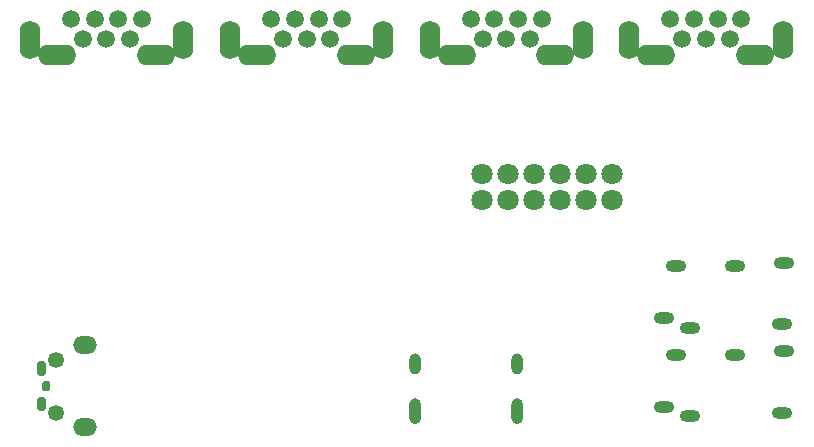
<source format=gbr>
%TF.GenerationSoftware,KiCad,Pcbnew,9.0.0-rc3*%
%TF.CreationDate,2025-06-04T22:51:28-04:00*%
%TF.ProjectId,dock,646f636b-2e6b-4696-9361-645f70636258,rev?*%
%TF.SameCoordinates,Original*%
%TF.FileFunction,Soldermask,Bot*%
%TF.FilePolarity,Negative*%
%FSLAX46Y46*%
G04 Gerber Fmt 4.6, Leading zero omitted, Abs format (unit mm)*
G04 Created by KiCad (PCBNEW 9.0.0-rc3) date 2025-06-04 22:51:28*
%MOMM*%
%LPD*%
G01*
G04 APERTURE LIST*
%ADD10C,1.500000*%
%ADD11O,1.750000X3.250000*%
%ADD12O,3.250000X1.750000*%
%ADD13O,1.750000X1.000000*%
%ADD14C,1.800000*%
%ADD15C,1.350000*%
%ADD16O,2.000000X1.500000*%
G04 APERTURE END LIST*
D10*
X172800000Y-96300000D03*
X174800000Y-96300000D03*
X176800000Y-96300000D03*
X178800000Y-96300000D03*
X173800000Y-98000000D03*
X175800000Y-98000000D03*
X177800000Y-98000000D03*
D11*
X169300000Y-98050000D03*
D12*
X171600000Y-99300000D03*
X179950000Y-99300000D03*
D11*
X182300000Y-98050000D03*
D13*
X182448350Y-124400001D03*
X182248350Y-129600001D03*
X178248351Y-124700000D03*
X174448351Y-129900000D03*
X172248350Y-129099999D03*
X173248351Y-124700000D03*
D10*
X122050000Y-96300000D03*
X124050000Y-96300000D03*
X126050000Y-96300000D03*
X128050000Y-96300000D03*
X123050000Y-98000000D03*
X125050000Y-98000000D03*
X127050000Y-98000000D03*
D11*
X118550000Y-98050000D03*
D12*
X120850000Y-99300000D03*
X129200000Y-99300000D03*
D11*
X131550000Y-98050000D03*
D14*
X156870000Y-109413086D03*
X159070000Y-109413086D03*
X161270000Y-109413086D03*
X163470000Y-109413086D03*
X165670000Y-109413086D03*
X167870000Y-109413086D03*
X167870000Y-111613086D03*
X165670000Y-111613086D03*
X163470000Y-111613086D03*
X161270000Y-111613086D03*
X159070000Y-111613086D03*
X156870000Y-111613086D03*
D15*
X120750000Y-129600000D03*
X120750000Y-125100000D03*
D16*
X123250000Y-130850000D03*
X123250000Y-123850000D03*
D13*
X182448350Y-116900001D03*
X182248350Y-122100001D03*
X178248351Y-117200000D03*
X174448351Y-122400000D03*
X172248350Y-121599999D03*
X173248351Y-117200000D03*
G36*
G01*
X151180000Y-130576700D02*
X151180000Y-130576700D01*
G75*
G02*
X150684700Y-130081400I0J495300D01*
G01*
X150684700Y-128862200D01*
G75*
G02*
X151180000Y-128366900I495300J0D01*
G01*
X151180000Y-128366900D01*
G75*
G02*
X151675300Y-128862200I0J-495300D01*
G01*
X151675300Y-130081400D01*
G75*
G02*
X151180000Y-130576700I-495300J0D01*
G01*
G37*
G36*
G01*
X159820000Y-130576700D02*
X159820000Y-130576700D01*
G75*
G02*
X159324700Y-130081400I0J495300D01*
G01*
X159324700Y-128862200D01*
G75*
G02*
X159820000Y-128366900I495300J0D01*
G01*
X159820000Y-128366900D01*
G75*
G02*
X160315300Y-128862200I0J-495300D01*
G01*
X160315300Y-130081400D01*
G75*
G02*
X159820000Y-130576700I-495300J0D01*
G01*
G37*
G36*
G01*
X151180000Y-126373500D02*
X151180000Y-126373500D01*
G75*
G02*
X150684700Y-125878200I0J495300D01*
G01*
X150684700Y-125065400D01*
G75*
G02*
X151180000Y-124570100I495300J0D01*
G01*
X151180000Y-124570100D01*
G75*
G02*
X151675300Y-125065400I0J-495300D01*
G01*
X151675300Y-125878200D01*
G75*
G02*
X151180000Y-126373500I-495300J0D01*
G01*
G37*
G36*
G01*
X159820000Y-126373500D02*
X159820000Y-126373500D01*
G75*
G02*
X159324700Y-125878200I0J495300D01*
G01*
X159324700Y-125065400D01*
G75*
G02*
X159820000Y-124570100I495300J0D01*
G01*
X159820000Y-124570100D01*
G75*
G02*
X160315300Y-125065400I0J-495300D01*
G01*
X160315300Y-125878200D01*
G75*
G02*
X159820000Y-126373500I-495300J0D01*
G01*
G37*
D10*
X139000000Y-96300000D03*
X141000000Y-96300000D03*
X143000000Y-96300000D03*
X145000000Y-96300000D03*
X140000000Y-98000000D03*
X142000000Y-98000000D03*
X144000000Y-98000000D03*
D11*
X135500000Y-98050000D03*
D12*
X137800000Y-99300000D03*
X146150000Y-99300000D03*
D11*
X148500000Y-98050000D03*
D10*
X155900000Y-96300000D03*
X157900000Y-96300000D03*
X159900000Y-96300000D03*
X161900000Y-96300000D03*
X156900000Y-98000000D03*
X158900000Y-98000000D03*
X160900000Y-98000000D03*
D11*
X152400000Y-98050000D03*
D12*
X154700000Y-99300000D03*
X163050000Y-99300000D03*
D11*
X165400000Y-98050000D03*
G36*
G01*
X120300000Y-127075000D02*
X120300000Y-127625000D01*
G75*
G02*
X120125000Y-127800000I-175000J0D01*
G01*
X119775000Y-127800000D01*
G75*
G02*
X119600000Y-127625000I0J175000D01*
G01*
X119600000Y-127075000D01*
G75*
G02*
X119775000Y-126900000I175000J0D01*
G01*
X120125000Y-126900000D01*
G75*
G02*
X120300000Y-127075000I0J-175000D01*
G01*
G37*
G36*
G01*
X119900000Y-128425000D02*
X119900000Y-129275000D01*
G75*
G02*
X119725000Y-129450000I-175000J0D01*
G01*
X119375000Y-129450000D01*
G75*
G02*
X119200000Y-129275000I0J175000D01*
G01*
X119200000Y-128425000D01*
G75*
G02*
X119375000Y-128250000I175000J0D01*
G01*
X119725000Y-128250000D01*
G75*
G02*
X119900000Y-128425000I0J-175000D01*
G01*
G37*
G36*
G01*
X119900000Y-125425000D02*
X119900000Y-126275000D01*
G75*
G02*
X119725000Y-126450000I-175000J0D01*
G01*
X119375000Y-126450000D01*
G75*
G02*
X119200000Y-126275000I0J175000D01*
G01*
X119200000Y-125425000D01*
G75*
G02*
X119375000Y-125250000I175000J0D01*
G01*
X119725000Y-125250000D01*
G75*
G02*
X119900000Y-125425000I0J-175000D01*
G01*
G37*
M02*

</source>
